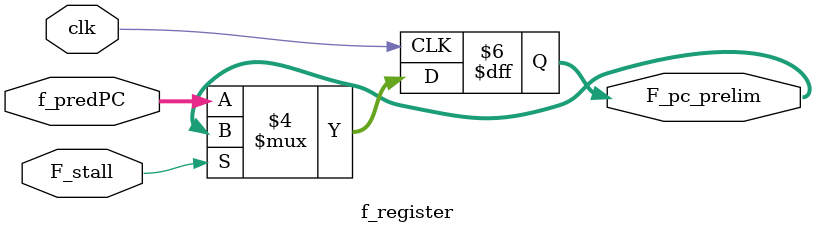
<source format=v>
`timescale 1ns / 1ps
module f_register (
input F_stall,
input[63:0] f_predPC,
input clk,
// input[3:0] f_pc, //the input pc. 
// input [3:0] F_stat,
output reg [63:0] F_pc_prelim //goes into F stage.
// output reg [3:0] f_stat
);

always @(posedge clk) begin

    if(!F_stall)begin
        F_pc_prelim = f_predPC;
    end

end

endmodule
</source>
